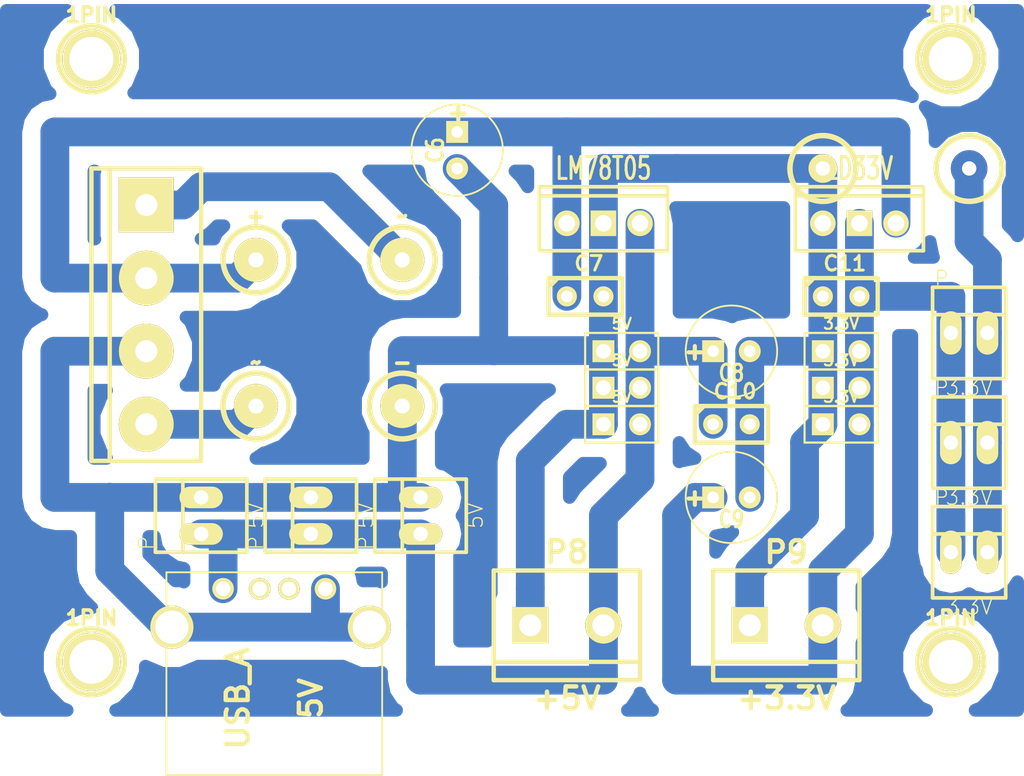
<source format=kicad_pcb>
(kicad_pcb (version 3) (host pcbnew "(2013-june-11)-stable")

  (general
    (links 0)
    (no_connects 0)
    (area 181.61 107.823 252.730001 161.861501)
    (thickness 1.6)
    (drawings 6)
    (tracks 91)
    (zones 0)
    (modules 35)
    (nets 1)
  )

  (page A3)
  (layers
    (15 F.Cu signal)
    (0 B.Cu signal)
    (16 B.Adhes user)
    (17 F.Adhes user)
    (18 B.Paste user)
    (19 F.Paste user)
    (20 B.SilkS user)
    (21 F.SilkS user)
    (22 B.Mask user)
    (23 F.Mask user)
    (24 Dwgs.User user)
    (25 Cmts.User user)
    (26 Eco1.User user)
    (27 Eco2.User user)
    (28 Edge.Cuts user)
  )

  (setup
    (last_trace_width 1)
    (trace_clearance 0.254)
    (zone_clearance 1.27)
    (zone_45_only no)
    (trace_min 0.254)
    (segment_width 0.2)
    (edge_width 0.15)
    (via_size 0.889)
    (via_drill 0.635)
    (via_min_size 0.889)
    (via_min_drill 0.508)
    (uvia_size 0.508)
    (uvia_drill 0.127)
    (uvias_allowed no)
    (uvia_min_size 0.508)
    (uvia_min_drill 0.127)
    (pcb_text_width 0.3)
    (pcb_text_size 1 1)
    (mod_edge_width 0.15)
    (mod_text_size 1 1)
    (mod_text_width 0.15)
    (pad_size 3.064 3.064)
    (pad_drill 1.048)
    (pad_to_mask_clearance 0)
    (aux_axis_origin 0 0)
    (visible_elements FFFFFFBF)
    (pcbplotparams
      (layerselection 3178497)
      (usegerberextensions true)
      (excludeedgelayer true)
      (linewidth 0.150000)
      (plotframeref false)
      (viasonmask false)
      (mode 1)
      (useauxorigin false)
      (hpglpennumber 1)
      (hpglpenspeed 20)
      (hpglpendiameter 15)
      (hpglpenoverlay 2)
      (psnegative false)
      (psa4output false)
      (plotreference true)
      (plotvalue true)
      (plotothertext true)
      (plotinvisibletext false)
      (padsonsilk false)
      (subtractmaskfromsilk false)
      (outputformat 1)
      (mirror false)
      (drillshape 1)
      (scaleselection 1)
      (outputdirectory ""))
  )

  (net 0 "")

  (net_class Default "To jest domyślna klasa połączeń."
    (clearance 0.254)
    (trace_width 1)
    (via_dia 0.889)
    (via_drill 0.635)
    (uvia_dia 0.508)
    (uvia_drill 0.127)
    (add_net "")
  )

  (module bornier4 (layer F.Cu) (tedit 5255A9C9) (tstamp 524C49B4)
    (at 191.77 129.54 270)
    (descr "Bornier d'alimentation 4 pins")
    (tags DEV)
    (fp_text reference P*** (at 0 -6.35 270) (layer F.SilkS) hide
      (effects (font (size 2.6162 1.59766) (thickness 0.3048)))
    )
    (fp_text value BORN4 (at 0 5.08 270) (layer F.SilkS) hide
      (effects (font (size 1.524 1.524) (thickness 0.3048)))
    )
    (fp_line (start -10.16 -3.81) (end -10.16 3.81) (layer F.SilkS) (width 0.3048))
    (fp_line (start 10.16 3.81) (end 10.16 -3.81) (layer F.SilkS) (width 0.3048))
    (fp_line (start 10.16 2.54) (end -10.16 2.54) (layer F.SilkS) (width 0.3048))
    (fp_line (start -10.16 -3.81) (end 10.16 -3.81) (layer F.SilkS) (width 0.3048))
    (fp_line (start -10.16 3.81) (end 10.16 3.81) (layer F.SilkS) (width 0.3048))
    (pad 2 thru_hole circle (at -2.54 0 270) (size 3.81 3.81) (drill 1.524)
      (layers *.Cu *.Mask F.SilkS)
    )
    (pad 3 thru_hole circle (at 2.54 0 270) (size 3.81 3.81) (drill 1.524)
      (layers *.Cu *.Mask F.SilkS)
    )
    (pad 1 thru_hole rect (at -7.62 0 270) (size 3.81 3.81) (drill 1.524)
      (layers *.Cu *.Mask F.SilkS)
    )
    (pad 4 thru_hole circle (at 7.62 0 270) (size 3.81 3.81) (drill 1.524)
      (layers *.Cu *.Mask F.SilkS)
    )
    (model device/bornier_4.wrl
      (at (xyz 0 0 0))
      (scale (xyz 1 1 1))
      (rotate (xyz 0 0 0))
    )
  )

  (module LM78XXV (layer F.Cu) (tedit 5334820F) (tstamp 524D1C4F)
    (at 223.52 123.19 90)
    (descr "Regulateur TO220 serie LM78xx")
    (tags "TR TO220")
    (fp_text reference LM78T05 (at 3.81 0 180) (layer F.SilkS)
      (effects (font (size 1.524 1.016) (thickness 0.2032)))
    )
    (fp_text value VAL* (at -3.175 -0.635 180) (layer F.SilkS) hide
      (effects (font (size 1.524 1.016) (thickness 0.2032)))
    )
    (fp_line (start 1.905 -4.445) (end 2.54 -4.445) (layer F.SilkS) (width 0.254))
    (fp_line (start 2.54 -4.445) (end 2.54 4.445) (layer F.SilkS) (width 0.254))
    (fp_line (start 2.54 4.445) (end 1.905 4.445) (layer F.SilkS) (width 0.254))
    (fp_line (start -1.905 -4.445) (end 1.905 -4.445) (layer F.SilkS) (width 0.254))
    (fp_line (start 1.905 -4.445) (end 1.905 4.445) (layer F.SilkS) (width 0.254))
    (fp_line (start 1.905 4.445) (end -1.905 4.445) (layer F.SilkS) (width 0.254))
    (fp_line (start -1.905 4.445) (end -1.905 -4.445) (layer F.SilkS) (width 0.254))
    (pad VI thru_hole circle (at 0 -2.54 90) (size 1.778 1.778) (drill 1.143)
      (layers *.Cu *.Mask F.SilkS)
    )
    (pad GND thru_hole rect (at 0 0 90) (size 1.778 1.778) (drill 1.143)
      (layers *.Cu *.Mask F.SilkS)
    )
    (pad VO thru_hole circle (at 0 2.54 90) (size 1.778 1.778) (drill 1.143)
      (layers *.Cu *.Mask F.SilkS)
    )
  )

  (module LM78XXV (layer F.Cu) (tedit 533481B9) (tstamp 524D1C75)
    (at 241.3 123.19 90)
    (descr "Regulateur TO220 serie LM78xx")
    (tags "TR TO220")
    (fp_text reference LD33V (at 3.81 0 180) (layer F.SilkS)
      (effects (font (size 1.524 1.016) (thickness 0.2032)))
    )
    (fp_text value VAL* (at -3.175 -0.635 180) (layer F.SilkS) hide
      (effects (font (size 1.524 1.016) (thickness 0.2032)))
    )
    (fp_line (start 1.905 -4.445) (end 2.54 -4.445) (layer F.SilkS) (width 0.254))
    (fp_line (start 2.54 -4.445) (end 2.54 4.445) (layer F.SilkS) (width 0.254))
    (fp_line (start 2.54 4.445) (end 1.905 4.445) (layer F.SilkS) (width 0.254))
    (fp_line (start -1.905 -4.445) (end 1.905 -4.445) (layer F.SilkS) (width 0.254))
    (fp_line (start 1.905 -4.445) (end 1.905 4.445) (layer F.SilkS) (width 0.254))
    (fp_line (start 1.905 4.445) (end -1.905 4.445) (layer F.SilkS) (width 0.254))
    (fp_line (start -1.905 4.445) (end -1.905 -4.445) (layer F.SilkS) (width 0.254))
    (pad VI thru_hole circle (at 0 -2.54 90) (size 1.778 1.778) (drill 1.143)
      (layers *.Cu *.Mask F.SilkS)
    )
    (pad GND thru_hole rect (at 0 0 90) (size 1.778 1.778) (drill 1.143)
      (layers *.Cu *.Mask F.SilkS)
    )
    (pad VO thru_hole circle (at 0 2.54 90) (size 1.778 1.778) (drill 1.143)
      (layers *.Cu *.Mask F.SilkS)
    )
  )

  (module PIN_ARRAY_2X1 (layer F.Cu) (tedit 5334823D) (tstamp 524D345B)
    (at 224.79 132.08)
    (descr "Connecteurs 2 pins")
    (tags "CONN DEV")
    (fp_text reference 5V (at 0 -1.905) (layer F.SilkS)
      (effects (font (size 0.762 0.762) (thickness 0.1524)))
    )
    (fp_text value Val** (at 0 -1.905) (layer F.SilkS) hide
      (effects (font (size 0.762 0.762) (thickness 0.1524)))
    )
    (fp_line (start -2.54 1.27) (end -2.54 -1.27) (layer F.SilkS) (width 0.1524))
    (fp_line (start -2.54 -1.27) (end 2.54 -1.27) (layer F.SilkS) (width 0.1524))
    (fp_line (start 2.54 -1.27) (end 2.54 1.27) (layer F.SilkS) (width 0.1524))
    (fp_line (start 2.54 1.27) (end -2.54 1.27) (layer F.SilkS) (width 0.1524))
    (pad 1 thru_hole rect (at -1.27 0) (size 1.524 1.524) (drill 1.016)
      (layers *.Cu *.Mask F.SilkS)
    )
    (pad 2 thru_hole circle (at 1.27 0) (size 1.524 1.524) (drill 1.016)
      (layers *.Cu *.Mask F.SilkS)
    )
    (model pin_array/pins_array_2x1.wrl
      (at (xyz 0 0 0))
      (scale (xyz 1 1 1))
      (rotate (xyz 0 0 0))
    )
  )

  (module PIN_ARRAY_2X1 (layer F.Cu) (tedit 53348246) (tstamp 524D346E)
    (at 224.79 134.62)
    (descr "Connecteurs 2 pins")
    (tags "CONN DEV")
    (fp_text reference 5V (at 0 -1.905) (layer F.SilkS)
      (effects (font (size 0.762 0.762) (thickness 0.1524)))
    )
    (fp_text value Val** (at 0 -1.905) (layer F.SilkS) hide
      (effects (font (size 0.762 0.762) (thickness 0.1524)))
    )
    (fp_line (start -2.54 1.27) (end -2.54 -1.27) (layer F.SilkS) (width 0.1524))
    (fp_line (start -2.54 -1.27) (end 2.54 -1.27) (layer F.SilkS) (width 0.1524))
    (fp_line (start 2.54 -1.27) (end 2.54 1.27) (layer F.SilkS) (width 0.1524))
    (fp_line (start 2.54 1.27) (end -2.54 1.27) (layer F.SilkS) (width 0.1524))
    (pad 1 thru_hole rect (at -1.27 0) (size 1.524 1.524) (drill 1.016)
      (layers *.Cu *.Mask F.SilkS)
    )
    (pad 2 thru_hole circle (at 1.27 0) (size 1.524 1.524) (drill 1.016)
      (layers *.Cu *.Mask F.SilkS)
    )
    (model pin_array/pins_array_2x1.wrl
      (at (xyz 0 0 0))
      (scale (xyz 1 1 1))
      (rotate (xyz 0 0 0))
    )
  )

  (module PIN_ARRAY_2X1 (layer F.Cu) (tedit 533482AF) (tstamp 524D3481)
    (at 224.79 134.62)
    (descr "Connecteurs 2 pins")
    (tags "CONN DEV")
    (fp_text reference 5V (at 0 -1.905) (layer F.SilkS)
      (effects (font (size 0.762 0.762) (thickness 0.1524)))
    )
    (fp_text value Val** (at 0 -1.905) (layer F.SilkS) hide
      (effects (font (size 0.762 0.762) (thickness 0.1524)))
    )
    (fp_line (start -2.54 1.27) (end -2.54 -1.27) (layer F.SilkS) (width 0.1524))
    (fp_line (start -2.54 -1.27) (end 2.54 -1.27) (layer F.SilkS) (width 0.1524))
    (fp_line (start 2.54 -1.27) (end 2.54 1.27) (layer F.SilkS) (width 0.1524))
    (fp_line (start 2.54 1.27) (end -2.54 1.27) (layer F.SilkS) (width 0.1524))
    (pad 1 thru_hole rect (at -1.27 0) (size 1.524 1.524) (drill 1.016)
      (layers *.Cu *.Mask F.SilkS)
    )
    (pad 2 thru_hole circle (at 1.27 0) (size 1.524 1.524) (drill 1.016)
      (layers *.Cu *.Mask F.SilkS)
    )
    (model pin_array/pins_array_2x1.wrl
      (at (xyz 0 0 0))
      (scale (xyz 1 1 1))
      (rotate (xyz 0 0 0))
    )
  )

  (module PIN_ARRAY_2X1 (layer F.Cu) (tedit 5334824D) (tstamp 524D3494)
    (at 224.79 137.16)
    (descr "Connecteurs 2 pins")
    (tags "CONN DEV")
    (fp_text reference 5V (at 0 -1.905) (layer F.SilkS)
      (effects (font (size 0.762 0.762) (thickness 0.1524)))
    )
    (fp_text value Val** (at 0 -1.905) (layer F.SilkS) hide
      (effects (font (size 0.762 0.762) (thickness 0.1524)))
    )
    (fp_line (start -2.54 1.27) (end -2.54 -1.27) (layer F.SilkS) (width 0.1524))
    (fp_line (start -2.54 -1.27) (end 2.54 -1.27) (layer F.SilkS) (width 0.1524))
    (fp_line (start 2.54 -1.27) (end 2.54 1.27) (layer F.SilkS) (width 0.1524))
    (fp_line (start 2.54 1.27) (end -2.54 1.27) (layer F.SilkS) (width 0.1524))
    (pad 1 thru_hole rect (at -1.27 0) (size 1.524 1.524) (drill 1.016)
      (layers *.Cu *.Mask F.SilkS)
    )
    (pad 2 thru_hole circle (at 1.27 0) (size 1.524 1.524) (drill 1.016)
      (layers *.Cu *.Mask F.SilkS)
    )
    (model pin_array/pins_array_2x1.wrl
      (at (xyz 0 0 0))
      (scale (xyz 1 1 1))
      (rotate (xyz 0 0 0))
    )
  )

  (module PIN_ARRAY_2X1 (layer F.Cu) (tedit 53348194) (tstamp 524D34A7)
    (at 240.03 132.08)
    (descr "Connecteurs 2 pins")
    (tags "CONN DEV")
    (fp_text reference 3.3V (at 0 -1.905) (layer F.SilkS)
      (effects (font (size 0.762 0.762) (thickness 0.1524)))
    )
    (fp_text value Val** (at 0 -1.905) (layer F.SilkS) hide
      (effects (font (size 0.762 0.762) (thickness 0.1524)))
    )
    (fp_line (start -2.54 1.27) (end -2.54 -1.27) (layer F.SilkS) (width 0.1524))
    (fp_line (start -2.54 -1.27) (end 2.54 -1.27) (layer F.SilkS) (width 0.1524))
    (fp_line (start 2.54 -1.27) (end 2.54 1.27) (layer F.SilkS) (width 0.1524))
    (fp_line (start 2.54 1.27) (end -2.54 1.27) (layer F.SilkS) (width 0.1524))
    (pad 1 thru_hole rect (at -1.27 0) (size 1.524 1.524) (drill 1.016)
      (layers *.Cu *.Mask F.SilkS)
    )
    (pad 2 thru_hole circle (at 1.27 0) (size 1.524 1.524) (drill 1.016)
      (layers *.Cu *.Mask F.SilkS)
    )
    (model pin_array/pins_array_2x1.wrl
      (at (xyz 0 0 0))
      (scale (xyz 1 1 1))
      (rotate (xyz 0 0 0))
    )
  )

  (module PIN_ARRAY_2X1 (layer F.Cu) (tedit 533481A2) (tstamp 524D34BA)
    (at 240.03 134.62)
    (descr "Connecteurs 2 pins")
    (tags "CONN DEV")
    (fp_text reference 3.3V (at 0 -1.905) (layer F.SilkS)
      (effects (font (size 0.762 0.762) (thickness 0.1524)))
    )
    (fp_text value Val** (at 0 -1.905) (layer F.SilkS) hide
      (effects (font (size 0.762 0.762) (thickness 0.1524)))
    )
    (fp_line (start -2.54 1.27) (end -2.54 -1.27) (layer F.SilkS) (width 0.1524))
    (fp_line (start -2.54 -1.27) (end 2.54 -1.27) (layer F.SilkS) (width 0.1524))
    (fp_line (start 2.54 -1.27) (end 2.54 1.27) (layer F.SilkS) (width 0.1524))
    (fp_line (start 2.54 1.27) (end -2.54 1.27) (layer F.SilkS) (width 0.1524))
    (pad 1 thru_hole rect (at -1.27 0) (size 1.524 1.524) (drill 1.016)
      (layers *.Cu *.Mask F.SilkS)
    )
    (pad 2 thru_hole circle (at 1.27 0) (size 1.524 1.524) (drill 1.016)
      (layers *.Cu *.Mask F.SilkS)
    )
    (model pin_array/pins_array_2x1.wrl
      (at (xyz 0 0 0))
      (scale (xyz 1 1 1))
      (rotate (xyz 0 0 0))
    )
  )

  (module PIN_ARRAY_2X1 (layer F.Cu) (tedit 533481AA) (tstamp 524D34CD)
    (at 240.03 137.16)
    (descr "Connecteurs 2 pins")
    (tags "CONN DEV")
    (fp_text reference 3.3V (at 0 -1.905) (layer F.SilkS)
      (effects (font (size 0.762 0.762) (thickness 0.1524)))
    )
    (fp_text value Val** (at 0 -1.905) (layer F.SilkS) hide
      (effects (font (size 0.762 0.762) (thickness 0.1524)))
    )
    (fp_line (start -2.54 1.27) (end -2.54 -1.27) (layer F.SilkS) (width 0.1524))
    (fp_line (start -2.54 -1.27) (end 2.54 -1.27) (layer F.SilkS) (width 0.1524))
    (fp_line (start 2.54 -1.27) (end 2.54 1.27) (layer F.SilkS) (width 0.1524))
    (fp_line (start 2.54 1.27) (end -2.54 1.27) (layer F.SilkS) (width 0.1524))
    (pad 1 thru_hole rect (at -1.27 0) (size 1.524 1.524) (drill 1.016)
      (layers *.Cu *.Mask F.SilkS)
    )
    (pad 2 thru_hole circle (at 1.27 0) (size 1.524 1.524) (drill 1.016)
      (layers *.Cu *.Mask F.SilkS)
    )
    (model pin_array/pins_array_2x1.wrl
      (at (xyz 0 0 0))
      (scale (xyz 1 1 1))
      (rotate (xyz 0 0 0))
    )
  )

  (module C1V7 (layer F.Cu) (tedit 53348292) (tstamp 524D4378)
    (at 213.36 118.11 270)
    (fp_text reference C6 (at 0 1.524 270) (layer F.SilkS)
      (effects (font (size 1.143 0.889) (thickness 0.2032)))
    )
    (fp_text value Val** (at 0 -1.524 270) (layer F.SilkS) hide
      (effects (font (size 1.143 0.889) (thickness 0.2032)))
    )
    (fp_text user + (at -2.54 0 270) (layer F.SilkS)
      (effects (font (size 1.143 1.143) (thickness 0.3048)))
    )
    (fp_circle (center 0 0) (end 3.175 0) (layer F.SilkS) (width 0.127))
    (pad 1 thru_hole rect (at -1.27 0 270) (size 1.524 1.524) (drill 0.8128)
      (layers *.Cu *.Mask F.SilkS)
    )
    (pad 2 thru_hole circle (at 1.27 0 270) (size 1.524 1.524) (drill 0.8128)
      (layers *.Cu *.Mask F.SilkS)
    )
    (model discret/c_vert_c1v7.wrl
      (at (xyz 0 0 0))
      (scale (xyz 1 1 1))
      (rotate (xyz 0 0 0))
    )
  )

  (module C1 (layer F.Cu) (tedit 533482CD) (tstamp 524D49B1)
    (at 222.25 128.27)
    (descr "Condensateur e = 1 pas")
    (tags C)
    (fp_text reference C7 (at 0.254 -2.286) (layer F.SilkS)
      (effects (font (size 1.016 1.016) (thickness 0.2032)))
    )
    (fp_text value V*** (at 0 -2.286) (layer F.SilkS) hide
      (effects (font (size 1.016 1.016) (thickness 0.2032)))
    )
    (fp_line (start -2.4892 -1.27) (end 2.54 -1.27) (layer F.SilkS) (width 0.3048))
    (fp_line (start 2.54 -1.27) (end 2.54 1.27) (layer F.SilkS) (width 0.3048))
    (fp_line (start 2.54 1.27) (end -2.54 1.27) (layer F.SilkS) (width 0.3048))
    (fp_line (start -2.54 1.27) (end -2.54 -1.27) (layer F.SilkS) (width 0.3048))
    (fp_line (start -2.54 -0.635) (end -1.905 -1.27) (layer F.SilkS) (width 0.3048))
    (pad 1 thru_hole circle (at -1.27 0) (size 1.397 1.397) (drill 0.8128)
      (layers *.Cu *.Mask F.SilkS)
    )
    (pad 2 thru_hole circle (at 1.27 0) (size 1.397 1.397) (drill 0.8128)
      (layers *.Cu *.Mask F.SilkS)
    )
    (model discret/capa_1_pas.wrl
      (at (xyz 0 0 0))
      (scale (xyz 1 1 1))
      (rotate (xyz 0 0 0))
    )
  )

  (module C1 (layer F.Cu) (tedit 533481E9) (tstamp 524D49C8)
    (at 240.03 128.27)
    (descr "Condensateur e = 1 pas")
    (tags C)
    (fp_text reference C11 (at 0.254 -2.286) (layer F.SilkS)
      (effects (font (size 1.016 1.016) (thickness 0.2032)))
    )
    (fp_text value V*** (at 0 -2.286) (layer F.SilkS) hide
      (effects (font (size 1.016 1.016) (thickness 0.2032)))
    )
    (fp_line (start -2.4892 -1.27) (end 2.54 -1.27) (layer F.SilkS) (width 0.3048))
    (fp_line (start 2.54 -1.27) (end 2.54 1.27) (layer F.SilkS) (width 0.3048))
    (fp_line (start 2.54 1.27) (end -2.54 1.27) (layer F.SilkS) (width 0.3048))
    (fp_line (start -2.54 1.27) (end -2.54 -1.27) (layer F.SilkS) (width 0.3048))
    (fp_line (start -2.54 -0.635) (end -1.905 -1.27) (layer F.SilkS) (width 0.3048))
    (pad 1 thru_hole circle (at -1.27 0) (size 1.397 1.397) (drill 0.8128)
      (layers *.Cu *.Mask F.SilkS)
    )
    (pad 2 thru_hole circle (at 1.27 0) (size 1.397 1.397) (drill 0.8128)
      (layers *.Cu *.Mask F.SilkS)
    )
    (model discret/capa_1_pas.wrl
      (at (xyz 0 0 0))
      (scale (xyz 1 1 1))
      (rotate (xyz 0 0 0))
    )
  )

  (module C1 (layer F.Cu) (tedit 533482D3) (tstamp 524D49FE)
    (at 232.41 137.16)
    (descr "Condensateur e = 1 pas")
    (tags C)
    (fp_text reference C10 (at 0.254 -2.286) (layer F.SilkS)
      (effects (font (size 1.016 1.016) (thickness 0.2032)))
    )
    (fp_text value V*** (at 0 -2.286) (layer F.SilkS) hide
      (effects (font (size 1.016 1.016) (thickness 0.2032)))
    )
    (fp_line (start -2.4892 -1.27) (end 2.54 -1.27) (layer F.SilkS) (width 0.3048))
    (fp_line (start 2.54 -1.27) (end 2.54 1.27) (layer F.SilkS) (width 0.3048))
    (fp_line (start 2.54 1.27) (end -2.54 1.27) (layer F.SilkS) (width 0.3048))
    (fp_line (start -2.54 1.27) (end -2.54 -1.27) (layer F.SilkS) (width 0.3048))
    (fp_line (start -2.54 -0.635) (end -1.905 -1.27) (layer F.SilkS) (width 0.3048))
    (pad 1 thru_hole circle (at -1.27 0) (size 1.397 1.397) (drill 0.8128)
      (layers *.Cu *.Mask F.SilkS)
    )
    (pad 2 thru_hole circle (at 1.27 0) (size 1.397 1.397) (drill 0.8128)
      (layers *.Cu *.Mask F.SilkS)
    )
    (model discret/capa_1_pas.wrl
      (at (xyz 0 0 0))
      (scale (xyz 1 1 1))
      (rotate (xyz 0 0 0))
    )
  )

  (module C1V7 (layer F.Cu) (tedit 5334822F) (tstamp 524D4A14)
    (at 232.41 132.08)
    (fp_text reference C8 (at 0 1.524) (layer F.SilkS)
      (effects (font (size 1.143 0.889) (thickness 0.2032)))
    )
    (fp_text value Val** (at 0 -1.524) (layer F.SilkS) hide
      (effects (font (size 1.143 0.889) (thickness 0.2032)))
    )
    (fp_text user + (at -2.54 0) (layer F.SilkS)
      (effects (font (size 1.143 1.143) (thickness 0.3048)))
    )
    (fp_circle (center 0 0) (end 3.175 0) (layer F.SilkS) (width 0.127))
    (pad 1 thru_hole rect (at -1.27 0) (size 1.524 1.524) (drill 0.8128)
      (layers *.Cu *.Mask F.SilkS)
    )
    (pad 2 thru_hole circle (at 1.27 0) (size 1.524 1.524) (drill 0.8128)
      (layers *.Cu *.Mask F.SilkS)
    )
    (model discret/c_vert_c1v7.wrl
      (at (xyz 0 0 0))
      (scale (xyz 1 1 1))
      (rotate (xyz 0 0 0))
    )
  )

  (module C1V7 (layer F.Cu) (tedit 53348200) (tstamp 524D4A3A)
    (at 232.41 142.24)
    (fp_text reference C9 (at 0 1.524) (layer F.SilkS)
      (effects (font (size 1.143 0.889) (thickness 0.2032)))
    )
    (fp_text value Val** (at 0 -1.524) (layer F.SilkS) hide
      (effects (font (size 1.143 0.889) (thickness 0.2032)))
    )
    (fp_text user + (at -2.54 0) (layer F.SilkS)
      (effects (font (size 1.143 1.143) (thickness 0.3048)))
    )
    (fp_circle (center 0 0) (end 3.175 0) (layer F.SilkS) (width 0.127))
    (pad 1 thru_hole rect (at -1.27 0) (size 1.524 1.524) (drill 0.8128)
      (layers *.Cu *.Mask F.SilkS)
    )
    (pad 2 thru_hole circle (at 1.27 0) (size 1.524 1.524) (drill 0.8128)
      (layers *.Cu *.Mask F.SilkS)
    )
    (model discret/c_vert_c1v7.wrl
      (at (xyz 0 0 0))
      (scale (xyz 1 1 1))
      (rotate (xyz 0 0 0))
    )
  )

  (module bornier2 (layer F.Cu) (tedit 53348271) (tstamp 524D6018)
    (at 220.98 151.13)
    (descr "Bornier d'alimentation 2 pins")
    (tags DEV)
    (fp_text reference P8 (at 0 -5.08) (layer F.SilkS)
      (effects (font (size 1.524 1.524) (thickness 0.3048)))
    )
    (fp_text value +5V (at 0 5.08) (layer F.SilkS)
      (effects (font (size 1.524 1.524) (thickness 0.3048)))
    )
    (fp_line (start 5.08 2.54) (end -5.08 2.54) (layer F.SilkS) (width 0.3048))
    (fp_line (start 5.08 3.81) (end 5.08 -3.81) (layer F.SilkS) (width 0.3048))
    (fp_line (start 5.08 -3.81) (end -5.08 -3.81) (layer F.SilkS) (width 0.3048))
    (fp_line (start -5.08 -3.81) (end -5.08 3.81) (layer F.SilkS) (width 0.3048))
    (fp_line (start -5.08 3.81) (end 5.08 3.81) (layer F.SilkS) (width 0.3048))
    (pad 1 thru_hole rect (at -2.54 0) (size 2.54 2.54) (drill 1.524)
      (layers *.Cu *.Mask F.SilkS)
    )
    (pad 2 thru_hole circle (at 2.54 0) (size 2.54 2.54) (drill 1.524)
      (layers *.Cu *.Mask F.SilkS)
    )
    (model device/bornier_2.wrl
      (at (xyz 0 0 0))
      (scale (xyz 1 1 1))
      (rotate (xyz 0 0 0))
    )
  )

  (module bornier2 (layer F.Cu) (tedit 53348276) (tstamp 524D602D)
    (at 236.22 151.13)
    (descr "Bornier d'alimentation 2 pins")
    (tags DEV)
    (fp_text reference P9 (at 0 -5.08) (layer F.SilkS)
      (effects (font (size 1.524 1.524) (thickness 0.3048)))
    )
    (fp_text value +3.3V (at 0 5.08) (layer F.SilkS)
      (effects (font (size 1.524 1.524) (thickness 0.3048)))
    )
    (fp_line (start 5.08 2.54) (end -5.08 2.54) (layer F.SilkS) (width 0.3048))
    (fp_line (start 5.08 3.81) (end 5.08 -3.81) (layer F.SilkS) (width 0.3048))
    (fp_line (start 5.08 -3.81) (end -5.08 -3.81) (layer F.SilkS) (width 0.3048))
    (fp_line (start -5.08 -3.81) (end -5.08 3.81) (layer F.SilkS) (width 0.3048))
    (fp_line (start -5.08 3.81) (end 5.08 3.81) (layer F.SilkS) (width 0.3048))
    (pad 1 thru_hole rect (at -2.54 0) (size 2.54 2.54) (drill 1.524)
      (layers *.Cu *.Mask F.SilkS)
    )
    (pad 2 thru_hole circle (at 2.54 0) (size 2.54 2.54) (drill 1.524)
      (layers *.Cu *.Mask F.SilkS)
    )
    (model device/bornier_2.wrl
      (at (xyz 0 0 0))
      (scale (xyz 1 1 1))
      (rotate (xyz 0 0 0))
    )
  )

  (module 1pin (layer F.Cu) (tedit 200000) (tstamp 524B47B4)
    (at 187.96 111.76)
    (descr "module 1 pin (ou trou mecanique de percage)")
    (tags DEV)
    (path 1pin)
    (fp_text reference 1PIN (at 0 -3.048) (layer F.SilkS)
      (effects (font (size 1.016 1.016) (thickness 0.254)))
    )
    (fp_text value P*** (at 0 2.794) (layer F.SilkS) hide
      (effects (font (size 1.016 1.016) (thickness 0.254)))
    )
    (fp_circle (center 0 0) (end 0 -2.286) (layer F.SilkS) (width 0.381))
    (pad 1 thru_hole circle (at 0 0) (size 4.064 4.064) (drill 3.048)
      (layers *.Cu *.Mask F.SilkS)
    )
  )

  (module 1pin (layer F.Cu) (tedit 200000) (tstamp 524B47BF)
    (at 247.65 111.76)
    (descr "module 1 pin (ou trou mecanique de percage)")
    (tags DEV)
    (path 1pin)
    (fp_text reference 1PIN (at 0 -3.048) (layer F.SilkS)
      (effects (font (size 1.016 1.016) (thickness 0.254)))
    )
    (fp_text value P*** (at 0 2.794) (layer F.SilkS) hide
      (effects (font (size 1.016 1.016) (thickness 0.254)))
    )
    (fp_circle (center 0 0) (end 0 -2.286) (layer F.SilkS) (width 0.381))
    (pad 1 thru_hole circle (at 0 0) (size 4.064 4.064) (drill 3.048)
      (layers *.Cu *.Mask F.SilkS)
    )
  )

  (module 1pin (layer F.Cu) (tedit 200000) (tstamp 524B47CA)
    (at 247.65 153.67)
    (descr "module 1 pin (ou trou mecanique de percage)")
    (tags DEV)
    (path 1pin)
    (fp_text reference 1PIN (at 0 -3.048) (layer F.SilkS)
      (effects (font (size 1.016 1.016) (thickness 0.254)))
    )
    (fp_text value P*** (at 0 2.794) (layer F.SilkS) hide
      (effects (font (size 1.016 1.016) (thickness 0.254)))
    )
    (fp_circle (center 0 0) (end 0 -2.286) (layer F.SilkS) (width 0.381))
    (pad 1 thru_hole circle (at 0 0) (size 4.064 4.064) (drill 3.048)
      (layers *.Cu *.Mask F.SilkS)
    )
  )

  (module 1pin (layer F.Cu) (tedit 200000) (tstamp 524B47D5)
    (at 187.96 153.67)
    (descr "module 1 pin (ou trou mecanique de percage)")
    (tags DEV)
    (path 1pin)
    (fp_text reference 1PIN (at 0 -3.048) (layer F.SilkS)
      (effects (font (size 1.016 1.016) (thickness 0.254)))
    )
    (fp_text value P*** (at 0 2.794) (layer F.SilkS) hide
      (effects (font (size 1.016 1.016) (thickness 0.254)))
    )
    (fp_circle (center 0 0) (end 0 -2.286) (layer F.SilkS) (width 0.381))
    (pad 1 thru_hole circle (at 0 0) (size 4.064 4.064) (drill 3.048)
      (layers *.Cu *.Mask F.SilkS)
    )
  )

  (module PINHEAD1-2 (layer F.Cu) (tedit 533482E8) (tstamp 524DCFAF)
    (at 195.58 143.51 90)
    (attr virtual)
    (fp_text reference P (at -1.905 -3.81 90) (layer F.SilkS)
      (effects (font (size 1.016 1.016) (thickness 0.0889)))
    )
    (fp_text value 5V (at 0 3.81 90) (layer F.SilkS)
      (effects (font (size 1.016 1.016) (thickness 0.0889)))
    )
    (fp_line (start 2.54 -1.27) (end -2.54 -1.27) (layer F.SilkS) (width 0.254))
    (fp_line (start 2.54 3.175) (end -2.54 3.175) (layer F.SilkS) (width 0.254))
    (fp_line (start -2.54 -3.175) (end 2.54 -3.175) (layer F.SilkS) (width 0.254))
    (fp_line (start -2.54 -3.175) (end -2.54 3.175) (layer F.SilkS) (width 0.254))
    (fp_line (start 2.54 -3.175) (end 2.54 3.175) (layer F.SilkS) (width 0.254))
    (pad 1 thru_hole oval (at -1.27 0 90) (size 1.50622 3.01498) (drill 0.99822)
      (layers *.Cu F.Paste F.SilkS F.Mask)
    )
    (pad 2 thru_hole oval (at 1.27 0 90) (size 1.50622 3.01498) (drill 0.99822)
      (layers *.Cu F.Paste F.SilkS F.Mask)
    )
  )

  (module PINHEAD1-2 (layer F.Cu) (tedit 533482E2) (tstamp 524DCFC4)
    (at 203.2 143.51 90)
    (attr virtual)
    (fp_text reference P (at -1.905 -3.81 90) (layer F.SilkS)
      (effects (font (size 1.016 1.016) (thickness 0.0889)))
    )
    (fp_text value 5V (at 0 3.81 90) (layer F.SilkS)
      (effects (font (size 1.016 1.016) (thickness 0.0889)))
    )
    (fp_line (start 2.54 -1.27) (end -2.54 -1.27) (layer F.SilkS) (width 0.254))
    (fp_line (start 2.54 3.175) (end -2.54 3.175) (layer F.SilkS) (width 0.254))
    (fp_line (start -2.54 -3.175) (end 2.54 -3.175) (layer F.SilkS) (width 0.254))
    (fp_line (start -2.54 -3.175) (end -2.54 3.175) (layer F.SilkS) (width 0.254))
    (fp_line (start 2.54 -3.175) (end 2.54 3.175) (layer F.SilkS) (width 0.254))
    (pad 1 thru_hole oval (at -1.27 0 90) (size 1.50622 3.01498) (drill 0.99822)
      (layers *.Cu F.Paste F.SilkS F.Mask)
    )
    (pad 2 thru_hole oval (at 1.27 0 90) (size 1.50622 3.01498) (drill 0.99822)
      (layers *.Cu F.Paste F.SilkS F.Mask)
    )
  )

  (module PINHEAD1-2 (layer F.Cu) (tedit 533482DB) (tstamp 524DCFD9)
    (at 210.82 143.51 90)
    (attr virtual)
    (fp_text reference P (at -1.905 -3.81 90) (layer F.SilkS)
      (effects (font (size 1.016 1.016) (thickness 0.0889)))
    )
    (fp_text value 5V (at 0 3.81 90) (layer F.SilkS)
      (effects (font (size 1.016 1.016) (thickness 0.0889)))
    )
    (fp_line (start 2.54 -1.27) (end -2.54 -1.27) (layer F.SilkS) (width 0.254))
    (fp_line (start 2.54 3.175) (end -2.54 3.175) (layer F.SilkS) (width 0.254))
    (fp_line (start -2.54 -3.175) (end 2.54 -3.175) (layer F.SilkS) (width 0.254))
    (fp_line (start -2.54 -3.175) (end -2.54 3.175) (layer F.SilkS) (width 0.254))
    (fp_line (start 2.54 -3.175) (end 2.54 3.175) (layer F.SilkS) (width 0.254))
    (pad 1 thru_hole oval (at -1.27 0 90) (size 1.50622 3.01498) (drill 0.99822)
      (layers *.Cu F.Paste F.SilkS F.Mask)
    )
    (pad 2 thru_hole oval (at 1.27 0 90) (size 1.50622 3.01498) (drill 0.99822)
      (layers *.Cu F.Paste F.SilkS F.Mask)
    )
  )

  (module PINHEAD1-2 (layer F.Cu) (tedit 53348177) (tstamp 524E4DC2)
    (at 248.92 130.81)
    (attr virtual)
    (fp_text reference P (at -1.905 -3.81) (layer F.SilkS)
      (effects (font (size 1.016 1.016) (thickness 0.0889)))
    )
    (fp_text value 3.3V (at 0 3.81) (layer F.SilkS)
      (effects (font (size 1.016 1.016) (thickness 0.0889)))
    )
    (fp_line (start 2.54 -1.27) (end -2.54 -1.27) (layer F.SilkS) (width 0.254))
    (fp_line (start 2.54 3.175) (end -2.54 3.175) (layer F.SilkS) (width 0.254))
    (fp_line (start -2.54 -3.175) (end 2.54 -3.175) (layer F.SilkS) (width 0.254))
    (fp_line (start -2.54 -3.175) (end -2.54 3.175) (layer F.SilkS) (width 0.254))
    (fp_line (start 2.54 -3.175) (end 2.54 3.175) (layer F.SilkS) (width 0.254))
    (pad 1 thru_hole oval (at -1.27 0) (size 1.50622 3.01498) (drill 0.99822)
      (layers *.Cu F.Paste F.SilkS F.Mask)
    )
    (pad 2 thru_hole oval (at 1.27 0) (size 1.50622 3.01498) (drill 0.99822)
      (layers *.Cu F.Paste F.SilkS F.Mask)
    )
  )

  (module PINHEAD1-2 (layer F.Cu) (tedit 5334817D) (tstamp 524E4DD7)
    (at 248.92 138.43)
    (attr virtual)
    (fp_text reference P (at -1.905 -3.81) (layer F.SilkS)
      (effects (font (size 1.016 1.016) (thickness 0.0889)))
    )
    (fp_text value 3.3V (at 0 3.81) (layer F.SilkS)
      (effects (font (size 1.016 1.016) (thickness 0.0889)))
    )
    (fp_line (start 2.54 -1.27) (end -2.54 -1.27) (layer F.SilkS) (width 0.254))
    (fp_line (start 2.54 3.175) (end -2.54 3.175) (layer F.SilkS) (width 0.254))
    (fp_line (start -2.54 -3.175) (end 2.54 -3.175) (layer F.SilkS) (width 0.254))
    (fp_line (start -2.54 -3.175) (end -2.54 3.175) (layer F.SilkS) (width 0.254))
    (fp_line (start 2.54 -3.175) (end 2.54 3.175) (layer F.SilkS) (width 0.254))
    (pad 1 thru_hole oval (at -1.27 0) (size 1.50622 3.01498) (drill 0.99822)
      (layers *.Cu F.Paste F.SilkS F.Mask)
    )
    (pad 2 thru_hole oval (at 1.27 0) (size 1.50622 3.01498) (drill 0.99822)
      (layers *.Cu F.Paste F.SilkS F.Mask)
    )
  )

  (module PINHEAD1-2 (layer F.Cu) (tedit 53348189) (tstamp 524E4DEC)
    (at 248.92 146.05)
    (attr virtual)
    (fp_text reference P (at -1.905 -3.81) (layer F.SilkS)
      (effects (font (size 1.016 1.016) (thickness 0.0889)))
    )
    (fp_text value 3.3V (at 0 3.81) (layer F.SilkS)
      (effects (font (size 1.016 1.016) (thickness 0.0889)))
    )
    (fp_line (start 2.54 -1.27) (end -2.54 -1.27) (layer F.SilkS) (width 0.254))
    (fp_line (start 2.54 3.175) (end -2.54 3.175) (layer F.SilkS) (width 0.254))
    (fp_line (start -2.54 -3.175) (end 2.54 -3.175) (layer F.SilkS) (width 0.254))
    (fp_line (start -2.54 -3.175) (end -2.54 3.175) (layer F.SilkS) (width 0.254))
    (fp_line (start 2.54 -3.175) (end 2.54 3.175) (layer F.SilkS) (width 0.254))
    (pad 1 thru_hole oval (at -1.27 0) (size 1.50622 3.01498) (drill 0.99822)
      (layers *.Cu F.Paste F.SilkS F.Mask)
    )
    (pad 2 thru_hole oval (at 1.27 0) (size 1.50622 3.01498) (drill 0.99822)
      (layers *.Cu F.Paste F.SilkS F.Mask)
    )
  )

  (module 1pin (layer F.Cu) (tedit 5255AD9C) (tstamp 525843AF)
    (at 248.92 119.38)
    (descr "module 1 pin (ou trou mecanique de percage)")
    (tags DEV)
    (path 1pin)
    (fp_text reference 1PIN (at 0 -3.048) (layer F.SilkS) hide
      (effects (font (size 1.016 1.016) (thickness 0.254)))
    )
    (fp_text value P*** (at 0 2.794) (layer F.SilkS) hide
      (effects (font (size 1.016 1.016) (thickness 0.254)))
    )
    (fp_circle (center 0 0) (end 0 -2.286) (layer F.SilkS) (width 0.381))
    (pad 1 thru_hole circle (at 0 0) (size 2.54 2.54) (drill 1)
      (layers *.Cu)
    )
  )

  (module 1pin (layer F.Cu) (tedit 5255ADE5) (tstamp 52591CA0)
    (at 238.76 119.38)
    (descr "module 1 pin (ou trou mecanique de percage)")
    (tags DEV)
    (path 1pin)
    (fp_text reference 1PIN (at 0 -3.048) (layer F.SilkS) hide
      (effects (font (size 1.016 1.016) (thickness 0.254)))
    )
    (fp_text value P*** (at 0 2.794) (layer F.SilkS) hide
      (effects (font (size 1.016 1.016) (thickness 0.254)))
    )
    (fp_circle (center 0 0) (end 0 -2.286) (layer F.SilkS) (width 0.381))
    (pad 1 thru_hole circle (at 0 0) (size 2 2) (drill 1)
      (layers *.Cu *.Mask F.SilkS)
    )
  )

  (module 1pin (layer F.Cu) (tedit 525C1F06) (tstamp 525D8253)
    (at 199.39 125.73)
    (descr "module 1 pin (ou trou mecanique de percage)")
    (tags DEV)
    (path 1pin)
    (fp_text reference + (at 0 -3.048) (layer F.SilkS)
      (effects (font (size 1.016 1.016) (thickness 0.254)))
    )
    (fp_text value P*** (at 0 2.794) (layer F.SilkS) hide
      (effects (font (size 1.016 1.016) (thickness 0.254)))
    )
    (fp_circle (center 0 0) (end 0 -2.286) (layer F.SilkS) (width 0.381))
    (pad 1 thru_hole circle (at 0 0) (size 3.064 3.064) (drill 1.048)
      (layers *.Cu *.Mask F.SilkS)
    )
  )

  (module 1pin (layer F.Cu) (tedit 525C1FAB) (tstamp 525D8274)
    (at 209.55 125.73)
    (descr "module 1 pin (ou trou mecanique de percage)")
    (tags DEV)
    (path 1pin)
    (fp_text reference ~ (at 0 -3.048) (layer F.SilkS)
      (effects (font (size 1.016 1.016) (thickness 0.254)))
    )
    (fp_text value P*** (at 0 2.794) (layer F.SilkS) hide
      (effects (font (size 1.016 1.016) (thickness 0.254)))
    )
    (fp_circle (center 0 0) (end 0 -2.286) (layer F.SilkS) (width 0.381))
    (pad 1 thru_hole circle (at 0 0) (size 3.064 3.064) (drill 1.048)
      (layers *.Cu *.Mask F.SilkS)
    )
  )

  (module 1pin (layer F.Cu) (tedit 525C1F95) (tstamp 525D827F)
    (at 199.39 135.89)
    (descr "module 1 pin (ou trou mecanique de percage)")
    (tags DEV)
    (path 1pin)
    (fp_text reference ~ (at 0 -3.048) (layer F.SilkS)
      (effects (font (size 1.016 1.016) (thickness 0.254)))
    )
    (fp_text value P*** (at 0 2.794) (layer F.SilkS) hide
      (effects (font (size 1.016 1.016) (thickness 0.254)))
    )
    (fp_circle (center 0 0) (end 0 -2.286) (layer F.SilkS) (width 0.381))
    (pad 1 thru_hole circle (at 0 0) (size 3.064 3.064) (drill 1.048)
      (layers *.Cu *.Mask F.SilkS)
    )
  )

  (module 1pin (layer F.Cu) (tedit 525C1F8C) (tstamp 525D828A)
    (at 209.55 135.89)
    (descr "module 1 pin (ou trou mecanique de percage)")
    (tags DEV)
    (path 1pin)
    (fp_text reference - (at 0 -3.048) (layer F.SilkS)
      (effects (font (size 1.016 1.016) (thickness 0.254)))
    )
    (fp_text value P*** (at 0 2.794) (layer F.SilkS) hide
      (effects (font (size 1.016 1.016) (thickness 0.254)))
    )
    (fp_circle (center 0 0) (end 0 -2.286) (layer F.SilkS) (width 0.381))
    (pad 1 thru_hole circle (at 0 0) (size 3.064 3.064) (drill 1.048)
      (layers *.Cu *.Mask F.SilkS)
    )
  )

  (module USB_A (layer F.Cu) (tedit 533482F9) (tstamp 525D9333)
    (at 200.66 148.59 270)
    (fp_text reference USB_A (at 7.62 2.54 270) (layer F.SilkS)
      (effects (font (size 1.524 1.524) (thickness 0.3048)))
    )
    (fp_text value 5V (at 7.62 -2.54 270) (layer F.SilkS)
      (effects (font (size 1.524 1.524) (thickness 0.3048)))
    )
    (fp_line (start -1.143 -7.493) (end 12.954 -7.493) (layer F.SilkS) (width 0.127))
    (fp_line (start 12.954 7.493) (end -1.143 7.493) (layer F.SilkS) (width 0.127))
    (fp_line (start -1.143 -7.493) (end -1.143 7.493) (layer F.SilkS) (width 0.127))
    (fp_line (start 12.954 -7.493) (end 12.954 7.493) (layer F.SilkS) (width 0.127))
    (pad 4 thru_hole circle (at 0 -3.556 270) (size 1.50114 1.50114) (drill 1.00076)
      (layers *.Cu *.Mask F.SilkS)
    )
    (pad 3 thru_hole circle (at 0 -1.016 270) (size 1.50114 1.50114) (drill 1.00076)
      (layers *.Cu *.Mask F.SilkS)
    )
    (pad 2 thru_hole circle (at 0 1.016 270) (size 1.50114 1.50114) (drill 1.00076)
      (layers *.Cu *.Mask F.SilkS)
    )
    (pad 1 thru_hole circle (at 0 3.556 270) (size 1.50114 1.50114) (drill 1.00076)
      (layers *.Cu *.Mask F.SilkS)
    )
    (pad 5 thru_hole circle (at 2.667 -6.604 270) (size 2.99974 2.99974) (drill 2.30124)
      (layers *.Cu *.Mask F.SilkS)
    )
    (pad 6 thru_hole circle (at 2.667 7.112 270) (size 2.99974 2.99974) (drill 2.30124)
      (layers *.Cu *.Mask F.SilkS)
    )
    (model connectors/usb_a_through_hole.wrl
      (at (xyz 0 0 0))
      (scale (xyz 1 1 1))
      (rotate (xyz 0 0 0))
    )
  )

  (gr_text D1 (at 204.47 130.81) (layer Cmts.User)
    (effects (font (size 1 1) (thickness 0.25)))
  )
  (gr_line (start 196.85 138.43) (end 196.85 123.19) (angle 90) (layer Cmts.User) (width 0.2))
  (gr_line (start 212.09 138.43) (end 196.85 138.43) (angle 90) (layer Cmts.User) (width 0.2))
  (gr_line (start 212.09 123.19) (end 212.09 138.43) (angle 90) (layer Cmts.User) (width 0.2))
  (gr_line (start 196.85 123.19) (end 212.09 123.19) (angle 90) (layer Cmts.User) (width 0.2))
  (gr_line (start 238.76 119.38) (end 248.92 119.38) (angle 90) (layer Cmts.User) (width 0.2))

  (segment (start 193.548 151.257) (end 193.167 151.257) (width 2) (layer B.Cu) (net 0))
  (segment (start 189.23 147.32) (end 189.23 142.24) (width 2) (layer B.Cu) (net 0) (tstamp 525D9386))
  (segment (start 193.167 151.257) (end 189.23 147.32) (width 2) (layer B.Cu) (net 0) (tstamp 525D9385))
  (segment (start 207.264 151.257) (end 193.548 151.257) (width 2) (layer B.Cu) (net 0))
  (segment (start 204.216 148.59) (end 204.216 150.876) (width 2) (layer B.Cu) (net 0))
  (segment (start 204.597 151.257) (end 207.264 151.257) (width 2) (layer B.Cu) (net 0) (tstamp 525D9380))
  (segment (start 204.216 150.876) (end 204.597 151.257) (width 2) (layer B.Cu) (net 0) (tstamp 525D937F))
  (segment (start 197.104 148.59) (end 197.104 144.78) (width 2) (layer B.Cu) (net 0))
  (segment (start 196.85 144.78) (end 195.58 144.78) (width 2) (layer B.Cu) (net 0) (tstamp 525D937E))
  (segment (start 197.104 144.78) (end 196.85 144.78) (width 2) (layer B.Cu) (net 0) (tstamp 525D937C))
  (segment (start 210.82 144.78) (end 210.82 151.13) (width 2) (layer B.Cu) (net 0))
  (segment (start 223.52 154.94) (end 223.52 151.13) (width 2) (layer B.Cu) (net 0))
  (segment (start 223.52 154.94) (end 210.82 154.94) (width 2) (layer B.Cu) (net 0) (tstamp 524DCFEF))
  (segment (start 210.82 151.13) (end 210.82 154.94) (width 2) (layer B.Cu) (net 0))
  (segment (start 210.82 144.78) (end 195.58 144.78) (width 2) (layer B.Cu) (net 0) (tstamp 525D9379))
  (segment (start 210.82 142.24) (end 209.55 142.24) (width 2) (layer B.Cu) (net 0))
  (segment (start 208.19872 142.24) (end 209.55 142.24) (width 2) (layer B.Cu) (net 0))
  (segment (start 208.19872 142.24) (end 189.23 142.24) (width 2) (layer B.Cu) (net 0) (tstamp 524C49FD))
  (segment (start 189.23 142.24) (end 185.42 142.24) (width 2) (layer B.Cu) (net 0) (tstamp 525D9389))
  (segment (start 191.77 132.08) (end 185.42 132.08) (width 2) (layer B.Cu) (net 0) (tstamp 524C49FF))
  (segment (start 185.42 142.24) (end 185.42 132.08) (width 2) (layer B.Cu) (net 0) (tstamp 524C49FE))
  (segment (start 209.55 142.24) (end 209.55 135.89) (width 2) (layer B.Cu) (net 0) (tstamp 525D8317))
  (segment (start 209.55 135.89) (end 209.55 132.08) (width 2) (layer B.Cu) (net 0) (tstamp 525D8318))
  (segment (start 209.55 132.08) (end 209.59064 132.03936) (width 2) (layer B.Cu) (net 0) (tstamp 525D8319))
  (segment (start 209.59064 132.03936) (end 215.9 132.03936) (width 2) (layer B.Cu) (net 0) (tstamp 525D831A))
  (segment (start 199.39 135.89) (end 198.12 137.16) (width 2) (layer B.Cu) (net 0))
  (segment (start 198.12 137.16) (end 191.77 137.16) (width 2) (layer B.Cu) (net 0) (tstamp 525D8311))
  (segment (start 199.39 125.73) (end 198.12 127) (width 2) (layer B.Cu) (net 0))
  (segment (start 198.12 127) (end 191.77 127) (width 2) (layer B.Cu) (net 0) (tstamp 525D830E))
  (segment (start 191.77 121.92) (end 194.31 121.92) (width 2) (layer B.Cu) (net 0))
  (segment (start 204.47 120.65) (end 209.55 125.73) (width 2) (layer B.Cu) (net 0) (tstamp 525D830B))
  (segment (start 195.58 120.65) (end 204.47 120.65) (width 2) (layer B.Cu) (net 0) (tstamp 525D830A))
  (segment (start 194.31 121.92) (end 195.58 120.65) (width 2) (layer B.Cu) (net 0) (tstamp 525D8309))
  (segment (start 215.9 127) (end 215.9 121.92) (width 2) (layer B.Cu) (net 0))
  (segment (start 215.9 132.03936) (end 215.9 127) (width 2) (layer B.Cu) (net 0) (tstamp 524D4381))
  (segment (start 215.9 121.92) (end 213.36 119.38) (width 2) (layer B.Cu) (net 0) (tstamp 525D8306))
  (segment (start 248.92 119.38) (end 248.92 124.46) (width 2) (layer B.Cu) (net 0))
  (segment (start 250.19 125.73) (end 250.19 130.81) (width 2) (layer B.Cu) (net 0) (tstamp 52568FA6))
  (segment (start 248.92 124.46) (end 250.19 125.73) (width 2) (layer B.Cu) (net 0) (tstamp 52568FA5))
  (segment (start 241.3 128.27) (end 247.65 128.27) (width 2) (layer B.Cu) (net 0))
  (segment (start 247.65 128.27) (end 247.65 130.81) (width 2) (layer B.Cu) (net 0) (tstamp 52567DAE))
  (segment (start 250.19 138.43) (end 250.19 146.05) (width 2) (layer B.Cu) (net 0))
  (segment (start 250.19 130.81) (end 250.19 138.43) (width 2) (layer B.Cu) (net 0))
  (segment (start 247.65 138.43) (end 247.65 130.81) (width 2) (layer B.Cu) (net 0))
  (segment (start 247.65 146.05) (end 247.65 138.43) (width 2) (layer B.Cu) (net 0))
  (segment (start 247.65 143.51) (end 247.65 146.05) (width 2) (layer B.Cu) (net 0) (tstamp 524E4E26))
  (segment (start 241.3 137.16) (end 241.3 144.78) (width 2) (layer B.Cu) (net 0))
  (segment (start 229.87 142.24) (end 231.14 142.24) (width 2) (layer B.Cu) (net 0) (tstamp 524B4853))
  (segment (start 228.6 143.51) (end 229.87 142.24) (width 2) (layer B.Cu) (net 0) (tstamp 524B4852))
  (segment (start 228.6 154.94) (end 228.6 143.51) (width 2) (layer B.Cu) (net 0) (tstamp 524B4851))
  (segment (start 229.87 154.94) (end 228.6 154.94) (width 2) (layer B.Cu) (net 0) (tstamp 524B4850))
  (segment (start 238.76 154.94) (end 229.87 154.94) (width 2) (layer B.Cu) (net 0) (tstamp 524B484F))
  (segment (start 238.76 147.32) (end 238.76 154.94) (width 2) (layer B.Cu) (net 0) (tstamp 524B484E))
  (segment (start 241.3 144.78) (end 238.76 147.32) (width 2) (layer B.Cu) (net 0) (tstamp 524B484D))
  (segment (start 223.52 137.16) (end 220.98 137.16) (width 2) (layer B.Cu) (net 0))
  (segment (start 218.44 139.7) (end 218.44 148.59) (width 2) (layer B.Cu) (net 0) (tstamp 524B4849))
  (segment (start 218.44 148.59) (end 218.44 151.13) (width 2) (layer B.Cu) (net 0) (tstamp 524DCFE7))
  (segment (start 220.98 137.16) (end 218.44 139.7) (width 2) (layer B.Cu) (net 0) (tstamp 524B4848))
  (segment (start 226.06 137.16) (end 226.06 140.97) (width 2) (layer B.Cu) (net 0))
  (segment (start 226.06 140.97) (end 223.52 143.51) (width 2) (layer B.Cu) (net 0) (tstamp 524B4844))
  (segment (start 223.52 143.51) (end 223.52 151.13) (width 2) (layer B.Cu) (net 0) (tstamp 524B4845))
  (segment (start 238.76 137.16) (end 237.49 138.43) (width 2) (layer B.Cu) (net 0))
  (segment (start 233.68 147.32) (end 233.68 151.13) (width 2) (layer B.Cu) (net 0) (tstamp 524B4841))
  (segment (start 237.49 143.51) (end 233.68 147.32) (width 2) (layer B.Cu) (net 0) (tstamp 524B4840))
  (segment (start 237.49 138.43) (end 237.49 143.51) (width 2) (layer B.Cu) (net 0) (tstamp 524B483F))
  (segment (start 233.68 137.16) (end 233.68 142.24) (width 2) (layer B.Cu) (net 0))
  (segment (start 233.68 132.08) (end 233.68 137.16) (width 2) (layer B.Cu) (net 0))
  (segment (start 231.14 132.08) (end 231.14 137.16) (width 2) (layer B.Cu) (net 0))
  (segment (start 233.68 132.08) (end 238.76 132.08) (width 2) (layer B.Cu) (net 0))
  (segment (start 226.06 132.08) (end 231.14 132.08) (width 2) (layer B.Cu) (net 0))
  (segment (start 220.98 123.19) (end 220.98 128.27) (width 2) (layer B.Cu) (net 0))
  (segment (start 215.9 132.03936) (end 215.9 132.08) (width 1) (layer B.Cu) (net 0) (tstamp 524D4382))
  (segment (start 215.9 132.08) (end 215.9 132.03936) (width 1) (layer B.Cu) (net 0) (tstamp 524D4384))
  (segment (start 241.3 123.19) (end 241.3 127) (width 2) (layer B.Cu) (net 0))
  (segment (start 241.3 127) (end 241.3 137.16) (width 2) (layer B.Cu) (net 0) (tstamp 524E4E2D))
  (segment (start 226.06 123.19) (end 226.06 137.16) (width 2) (layer B.Cu) (net 0))
  (segment (start 228.6 119.38) (end 223.52 119.38) (width 2) (layer B.Cu) (net 0))
  (segment (start 223.47936 132.03936) (end 215.9 132.03936) (width 2) (layer B.Cu) (net 0))
  (segment (start 238.76 123.19) (end 238.76 119.38) (width 2) (layer B.Cu) (net 0) (tstamp 524D34DD))
  (segment (start 228.6 119.38) (end 238.76 119.38) (width 2) (layer B.Cu) (net 0) (tstamp 524D34DC))
  (segment (start 223.52 131.99872) (end 223.52 119.38) (width 2) (layer B.Cu) (net 0) (tstamp 524D34DB))
  (segment (start 223.47936 132.03936) (end 223.52 131.99872) (width 2) (layer B.Cu) (net 0) (tstamp 524D34DA))
  (segment (start 220.98 116.84) (end 226.06 116.84) (width 2) (layer B.Cu) (net 0))
  (segment (start 243.84 116.84) (end 243.84 123.19) (width 2) (layer B.Cu) (net 0))
  (segment (start 243.84 116.84) (end 226.06 116.84) (width 2) (layer B.Cu) (net 0) (tstamp 524D1CDC))
  (segment (start 223.52 132.08) (end 223.52 137.16) (width 2) (layer B.Cu) (net 0))
  (segment (start 238.76 123.19) (end 238.76 137.16) (width 2) (layer B.Cu) (net 0) (tstamp 524D34DE))
  (segment (start 191.77 127) (end 185.42 127) (width 2) (layer B.Cu) (net 0))
  (segment (start 185.42 127) (end 185.42 116.84) (width 2) (layer B.Cu) (net 0) (tstamp 524D1C5E))
  (segment (start 185.42 116.84) (end 220.98 116.84) (width 2) (layer B.Cu) (net 0) (tstamp 524D1C5F))
  (segment (start 220.98 116.84) (end 220.98 123.19) (width 2) (layer B.Cu) (net 0) (tstamp 524D1C60) (status 20))

  (zone (net 0) (net_name "") (layer B.Cu) (tstamp 524D60E3) (hatch edge 0.508)
    (connect_pads (clearance 1.27))
    (min_thickness 0.9)
    (fill (arc_segments 16) (thermal_gap 0.3) (thermal_bridge_width 1))
    (polygon
      (pts
        (xy 252.73 157.48) (xy 181.61 157.48) (xy 181.61 107.95) (xy 252.73 107.95) (xy 252.73 157.48)
      )
    )
    (filled_polygon
      (pts
        (xy 187.981357 149.918017) (xy 187.216955 149.91735) (xy 185.837439 150.487355) (xy 184.781064 151.541888) (xy 184.208653 152.920407)
        (xy 184.20735 154.413045) (xy 184.777355 155.792561) (xy 185.831888 156.848936) (xy 186.267938 157.03) (xy 182.06 157.03)
        (xy 182.06 108.4) (xy 186.26667 108.4) (xy 185.837439 108.577355) (xy 184.781064 109.631888) (xy 184.208653 111.010407)
        (xy 184.20735 112.503045) (xy 184.777355 113.882561) (xy 185.081578 114.187316) (xy 184.379101 114.327048) (xy 183.49667 114.91667)
        (xy 182.907048 115.799101) (xy 182.7 116.84) (xy 182.7 127) (xy 182.907048 128.040899) (xy 183.49667 128.92333)
        (xy 184.379101 129.512952) (xy 184.51508 129.54) (xy 184.379101 129.567048) (xy 183.49667 130.15667) (xy 182.907048 131.039101)
        (xy 182.7 132.08) (xy 182.7 142.24) (xy 182.907048 143.280899) (xy 183.49667 144.16333) (xy 184.379101 144.752952)
        (xy 185.42 144.96) (xy 186.51 144.96) (xy 186.51 147.32) (xy 186.717048 148.360899) (xy 187.30667 149.24333)
        (xy 187.981357 149.918017)
      )
    )
    (filled_polygon
      (pts
        (xy 188.19196 124.28) (xy 188.14 124.28) (xy 188.14 119.56) (xy 188.191544 119.56) (xy 188.1453 119.67137)
        (xy 188.144703 120.355628) (xy 188.144703 124.165628) (xy 188.19196 124.28)
      )
    )
    (filled_polygon
      (pts
        (xy 189.003829 139.52) (xy 188.14 139.52) (xy 188.14 134.8) (xy 189.003119 134.8) (xy 188.698667 135.103922)
        (xy 188.145632 136.43578) (xy 188.144373 137.877893) (xy 188.695083 139.210714) (xy 189.003829 139.52)
      )
    )
    (filled_polygon
      (pts
        (xy 194.384 148.117714) (xy 194.191281 148.037691) (xy 193.794004 148.037344) (xy 191.95 146.193339) (xy 191.95 144.96)
        (xy 192.325084 144.96) (xy 192.477534 145.726418) (xy 193.013637 146.528753) (xy 193.815972 147.064856) (xy 194.359551 147.17298)
        (xy 194.384 147.189316) (xy 194.384 148.117714)
      )
    )
    (filled_polygon
      (pts
        (xy 197.151081 123.37) (xy 196.634696 123.885485) (xy 196.470879 124.28) (xy 195.579807 124.28) (xy 196.23333 123.84333)
        (xy 196.70666 123.37) (xy 197.151081 123.37)
      )
    )
    (filled_polygon
      (pts
        (xy 208.1 148.117714) (xy 207.907281 148.037691) (xy 206.825951 148.036747) (xy 206.728952 147.549101) (xy 206.696143 147.5)
        (xy 208.1 147.5) (xy 208.1 148.117714)
      )
    )
    (filled_polygon
      (pts
        (xy 209.146109 157.03) (xy 189.653329 157.03) (xy 190.082561 156.852645) (xy 191.138936 155.798112) (xy 191.711347 154.419593)
        (xy 191.711735 153.975088) (xy 191.721709 153.98508) (xy 192.904719 154.476309) (xy 194.185662 154.477427) (xy 195.369527 153.988264)
        (xy 195.38081 153.977) (xy 204.597 153.977) (xy 205.429643 153.977) (xy 205.437709 153.98508) (xy 206.620719 154.476309)
        (xy 207.901662 154.477427) (xy 208.1 154.395475) (xy 208.1 154.94) (xy 208.307048 155.980899) (xy 208.89667 156.86333)
        (xy 209.146109 157.03)
      )
    )
    (filled_polygon
      (pts
        (xy 213.18 129.31936) (xy 209.59064 129.31936) (xy 208.549741 129.526408) (xy 207.667309 130.11603) (xy 207.62667 130.15667)
        (xy 207.037048 131.039101) (xy 206.83 132.08) (xy 206.83 134.010242) (xy 206.794696 134.045485) (xy 206.298566 135.240299)
        (xy 206.297437 136.534025) (xy 206.791481 137.729703) (xy 206.83 137.768289) (xy 206.83 139.52) (xy 199.389807 139.52)
        (xy 199.954785 139.142493) (xy 200.034025 139.142563) (xy 201.229703 138.648519) (xy 202.145304 137.734515) (xy 202.641434 136.539701)
        (xy 202.642563 135.245975) (xy 202.148519 134.050297) (xy 201.234515 133.134696) (xy 200.039701 132.638566) (xy 198.745975 132.637437)
        (xy 197.550297 133.131481) (xy 196.634696 134.045485) (xy 196.470879 134.44) (xy 194.53688 134.44) (xy 194.841333 134.136078)
        (xy 195.394368 132.80422) (xy 195.395627 131.362107) (xy 194.844917 130.029286) (xy 194.53617 129.72) (xy 198.12 129.72)
        (xy 198.12 129.719999) (xy 199.160899 129.512952) (xy 199.954785 128.982493) (xy 200.034025 128.982563) (xy 201.229703 128.488519)
        (xy 202.145304 127.574515) (xy 202.641434 126.379701) (xy 202.642563 125.085975) (xy 202.148519 123.890297) (xy 201.629129 123.37)
        (xy 203.343339 123.37) (xy 206.29748 126.324141) (xy 206.297437 126.374025) (xy 206.791481 127.569703) (xy 207.705485 128.485304)
        (xy 208.900299 128.981434) (xy 210.194025 128.982563) (xy 211.389703 128.488519) (xy 212.305304 127.574515) (xy 212.801434 126.379701)
        (xy 212.802563 125.085975) (xy 212.308519 123.890297) (xy 211.394515 122.974696) (xy 210.199701 122.478566) (xy 210.145179 122.478518)
        (xy 207.22666 119.56) (xy 210.675805 119.56) (xy 210.847048 120.420899) (xy 211.43667 121.30333) (xy 213.18 123.04666)
        (xy 213.18 127) (xy 213.18 129.31936)
      )
    )
    (filled_polygon
      (pts
        (xy 218.26 120.650192) (xy 217.82333 119.99667) (xy 217.82333 119.996669) (xy 217.38666 119.56) (xy 218.26 119.56)
        (xy 218.26 120.650192)
      )
    )
    (filled_polygon
      (pts
        (xy 219.771014 134.75936) (xy 219.056669 135.23667) (xy 216.51667 137.77667) (xy 215.927048 138.659101) (xy 215.72 139.7)
        (xy 215.72 148.59) (xy 215.72 148.877145) (xy 215.712706 148.884427) (xy 215.4503 149.51637) (xy 215.449703 150.200628)
        (xy 215.449703 152.22) (xy 213.54 152.22) (xy 213.54 151.13) (xy 213.54 146.298818) (xy 213.922466 145.726418)
        (xy 214.11072 144.78) (xy 213.922466 143.833582) (xy 213.706255 143.51) (xy 213.922466 143.186418) (xy 214.11072 142.24)
        (xy 213.922466 141.293582) (xy 213.386363 140.491247) (xy 212.584028 139.955144) (xy 212.27 139.89268) (xy 212.27 137.769757)
        (xy 212.305304 137.734515) (xy 212.801434 136.539701) (xy 212.802563 135.245975) (xy 212.601497 134.75936) (xy 215.9 134.75936)
        (xy 219.771014 134.75936)
      )
    )
    (filled_polygon
      (pts
        (xy 223.303339 139.88) (xy 221.59667 141.58667) (xy 221.16 142.240192) (xy 221.16 140.82666) (xy 222.10666 139.88)
        (xy 223.303339 139.88)
      )
    )
    (filled_polygon
      (pts
        (xy 226.926109 157.03) (xy 225.19389 157.03) (xy 225.44333 156.86333) (xy 226.032952 155.980899) (xy 226.06 155.844919)
        (xy 226.087048 155.980899) (xy 226.67667 156.86333) (xy 226.926109 157.03)
      )
    )
    (filled_polygon
      (pts
        (xy 229.870192 139.52) (xy 229.87 139.52) (xy 228.829101 139.727048) (xy 228.78 139.759856) (xy 228.78 138.429807)
        (xy 229.21667 139.08333) (xy 229.870192 139.52)
      )
    )
    (filled_polygon
      (pts
        (xy 232.496002 144.657336) (xy 231.75667 145.39667) (xy 231.32 146.050192) (xy 231.32 144.924195) (xy 232.180899 144.752952)
        (xy 232.226777 144.722297) (xy 232.242628 144.722297) (xy 232.45926 144.632786) (xy 232.496002 144.657336)
      )
    )
    (filled_polygon
      (pts
        (xy 236.04 129.36) (xy 233.68 129.36) (xy 232.639101 129.567048) (xy 232.459451 129.687086) (xy 232.24563 129.5983)
        (xy 232.227647 129.598284) (xy 232.180899 129.567048) (xy 231.14 129.36) (xy 228.78 129.36) (xy 228.78 123.19)
        (xy 228.572952 122.149101) (xy 228.540143 122.1) (xy 228.6 122.1) (xy 236.04 122.1) (xy 236.04 123.19)
        (xy 236.04 129.36)
      )
    )
    (filled_polygon
      (pts
        (xy 245.95667 108.4) (xy 245.527439 108.577355) (xy 244.471064 109.631888) (xy 243.898653 111.010407) (xy 243.89735 112.503045)
        (xy 244.467355 113.882561) (xy 244.971497 114.387583) (xy 244.880899 114.327048) (xy 243.84 114.12) (xy 226.06 114.12)
        (xy 220.98 114.12) (xy 190.906642 114.12) (xy 191.138936 113.888112) (xy 191.711347 112.509593) (xy 191.71265 111.016955)
        (xy 191.142645 109.637439) (xy 190.088112 108.581064) (xy 189.652061 108.4) (xy 245.95667 108.4)
      )
    )
    (filled_polygon
      (pts
        (xy 246.439856 125.55) (xy 245.109807 125.55) (xy 245.76333 125.11333) (xy 246.2 124.459807) (xy 246.2 124.46)
        (xy 246.407048 125.500899) (xy 246.439856 125.55)
      )
    )
    (filled_polygon
      (pts
        (xy 252.28 124.056108) (xy 252.11333 123.80667) (xy 252.11333 123.806669) (xy 251.64 123.333339) (xy 251.64 120.626334)
        (xy 251.909479 119.977357) (xy 251.910517 118.787862) (xy 251.456276 117.688514) (xy 250.61591 116.84668) (xy 249.517357 116.390521)
        (xy 248.327862 116.389483) (xy 247.228514 116.843724) (xy 246.56 117.511072) (xy 246.56 116.84) (xy 246.352952 115.799101)
        (xy 245.876632 115.086238) (xy 246.900407 115.511347) (xy 248.393045 115.51265) (xy 249.772561 114.942645) (xy 250.828936 113.888112)
        (xy 251.401347 112.509593) (xy 251.40265 111.016955) (xy 250.832645 109.637439) (xy 249.778112 108.581064) (xy 249.342061 108.4)
        (xy 252.28 108.4) (xy 252.28 124.056108)
      )
    )
    (filled_polygon
      (pts
        (xy 252.28 157.03) (xy 249.343329 157.03) (xy 249.772561 156.852645) (xy 250.828936 155.798112) (xy 251.401347 154.419593)
        (xy 251.40265 152.926955) (xy 250.832645 151.547439) (xy 249.778112 150.491064) (xy 248.399593 149.918653) (xy 246.906955 149.91735)
        (xy 245.527439 150.487355) (xy 244.471064 151.541888) (xy 243.898653 152.920407) (xy 243.89735 154.413045) (xy 244.467355 155.792561)
        (xy 245.521888 156.848936) (xy 245.957938 157.03) (xy 240.43389 157.03) (xy 240.68333 156.86333) (xy 241.272952 155.980899)
        (xy 241.48 154.94) (xy 241.48 152.376334) (xy 241.749479 151.727357) (xy 241.750517 150.537862) (xy 241.48 149.88316)
        (xy 241.48 148.44666) (xy 243.22333 146.703331) (xy 243.22333 146.70333) (xy 243.812952 145.820899) (xy 244.019999 144.78)
        (xy 244.02 144.78) (xy 244.02 137.16) (xy 244.02 130.99) (xy 244.93 130.99) (xy 244.93 138.43)
        (xy 244.93 143.51) (xy 244.93 146.05) (xy 245.137048 147.090899) (xy 245.257019 147.270448) (xy 245.365144 147.814028)
        (xy 245.901247 148.616363) (xy 246.703582 149.152466) (xy 247.65 149.34072) (xy 248.596418 149.152466) (xy 248.92 148.936255)
        (xy 249.243582 149.152466) (xy 250.19 149.34072) (xy 251.136418 149.152466) (xy 251.938753 148.616363) (xy 252.28 148.10565)
        (xy 252.28 157.03)
      )
    )
  )
)

</source>
